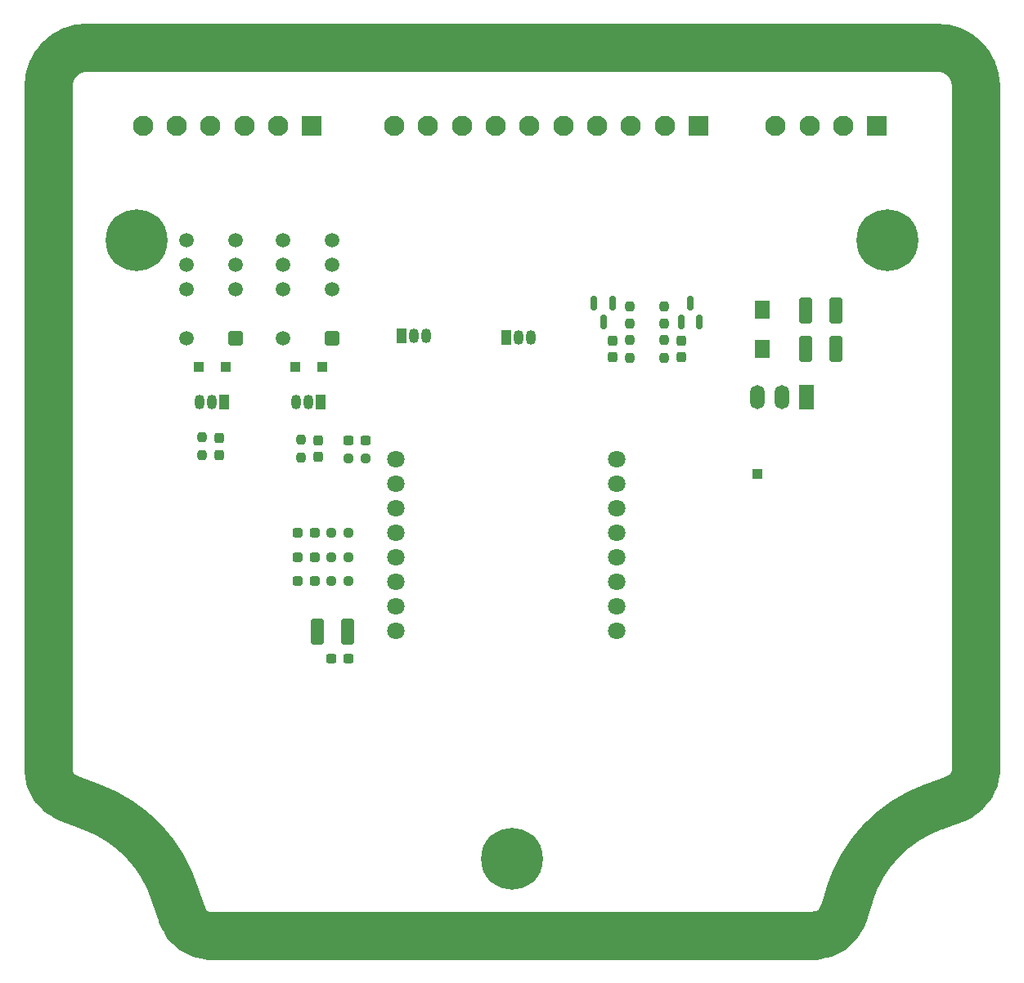
<source format=gts>
%TF.GenerationSoftware,KiCad,Pcbnew,(6.99.0-3810-gd26b59a0bf)*%
%TF.CreationDate,2022-11-09T12:36:04+00:00*%
%TF.ProjectId,roller-shutter-controller,726f6c6c-6572-42d7-9368-75747465722d,-*%
%TF.SameCoordinates,Original*%
%TF.FileFunction,Soldermask,Top*%
%TF.FilePolarity,Negative*%
%FSLAX46Y46*%
G04 Gerber Fmt 4.6, Leading zero omitted, Abs format (unit mm)*
G04 Created by KiCad (PCBNEW (6.99.0-3810-gd26b59a0bf)) date 2022-11-09 12:36:04*
%MOMM*%
%LPD*%
G01*
G04 APERTURE LIST*
G04 Aperture macros list*
%AMRoundRect*
0 Rectangle with rounded corners*
0 $1 Rounding radius*
0 $2 $3 $4 $5 $6 $7 $8 $9 X,Y pos of 4 corners*
0 Add a 4 corners polygon primitive as box body*
4,1,4,$2,$3,$4,$5,$6,$7,$8,$9,$2,$3,0*
0 Add four circle primitives for the rounded corners*
1,1,$1+$1,$2,$3*
1,1,$1+$1,$4,$5*
1,1,$1+$1,$6,$7*
1,1,$1+$1,$8,$9*
0 Add four rect primitives between the rounded corners*
20,1,$1+$1,$2,$3,$4,$5,0*
20,1,$1+$1,$4,$5,$6,$7,0*
20,1,$1+$1,$6,$7,$8,$9,0*
20,1,$1+$1,$8,$9,$2,$3,0*%
G04 Aperture macros list end*
%ADD10C,5.000000*%
%ADD11C,6.400000*%
%ADD12RoundRect,0.150000X-0.150000X0.587500X-0.150000X-0.587500X0.150000X-0.587500X0.150000X0.587500X0*%
%ADD13RoundRect,0.237500X-0.250000X-0.237500X0.250000X-0.237500X0.250000X0.237500X-0.250000X0.237500X0*%
%ADD14R,1.050000X1.500000*%
%ADD15O,1.050000X1.500000*%
%ADD16RoundRect,0.237500X-0.237500X0.250000X-0.237500X-0.250000X0.237500X-0.250000X0.237500X0.250000X0*%
%ADD17RoundRect,0.250500X0.499500X0.499500X-0.499500X0.499500X-0.499500X-0.499500X0.499500X-0.499500X0*%
%ADD18C,1.500000*%
%ADD19RoundRect,0.237500X-0.287500X-0.237500X0.287500X-0.237500X0.287500X0.237500X-0.287500X0.237500X0*%
%ADD20R,1.100000X1.100000*%
%ADD21RoundRect,0.237500X0.300000X0.237500X-0.300000X0.237500X-0.300000X-0.237500X0.300000X-0.237500X0*%
%ADD22RoundRect,0.237500X-0.237500X0.287500X-0.237500X-0.287500X0.237500X-0.287500X0.237500X0.287500X0*%
%ADD23RoundRect,0.237500X-0.237500X0.300000X-0.237500X-0.300000X0.237500X-0.300000X0.237500X0.300000X0*%
%ADD24RoundRect,0.150000X0.150000X-0.587500X0.150000X0.587500X-0.150000X0.587500X-0.150000X-0.587500X0*%
%ADD25RoundRect,0.237500X0.237500X-0.287500X0.237500X0.287500X-0.237500X0.287500X-0.237500X-0.287500X0*%
%ADD26C,2.100000*%
%ADD27R,2.100000X2.100000*%
%ADD28R,1.500000X2.500000*%
%ADD29O,1.500000X2.500000*%
%ADD30R,1.000000X1.000000*%
%ADD31RoundRect,0.250000X0.412500X1.100000X-0.412500X1.100000X-0.412500X-1.100000X0.412500X-1.100000X0*%
%ADD32RoundRect,0.237500X0.237500X-0.250000X0.237500X0.250000X-0.237500X0.250000X-0.237500X-0.250000X0*%
%ADD33R,1.500000X1.900000*%
%ADD34RoundRect,0.250000X-0.412500X-1.100000X0.412500X-1.100000X0.412500X1.100000X-0.412500X1.100000X0*%
%ADD35C,1.800000*%
G04 APERTURE END LIST*
D10*
X106912382Y-55059978D02*
X194912082Y-55059978D01*
X102912382Y-129965578D02*
G75*
G03*
X104822382Y-132760678I2999895J-194D01*
G01*
X116028381Y-142894778D02*
G75*
G03*
X107291422Y-133723243I-13554193J-4164698D01*
G01*
X197001836Y-132760652D02*
G75*
G03*
X198912082Y-129965578I-1089707J2795042D01*
G01*
X116028382Y-142894778D02*
X116726382Y-145002378D01*
X102912382Y-59059978D02*
X102912382Y-129965578D01*
X198912082Y-59059978D02*
X198912082Y-129965578D01*
X185795582Y-142894778D02*
X185098182Y-145002378D01*
X107291382Y-133723278D02*
X104822382Y-132760678D01*
X106912382Y-55059978D02*
G75*
G03*
X102912382Y-59059978I25J-4000025D01*
G01*
X119574382Y-147059978D02*
X182249982Y-147059978D01*
X194532882Y-133723278D02*
X197001882Y-132760678D01*
X194532943Y-133723244D02*
G75*
G03*
X185795529Y-142894744I4817067J-13336762D01*
G01*
X182249982Y-147059977D02*
G75*
G03*
X185098107Y-145002413I15J2999979D01*
G01*
X116726257Y-145002413D02*
G75*
G03*
X119574382Y-147059978I2848170J942497D01*
G01*
X198912082Y-59059978D02*
G75*
G03*
X194912082Y-55059978I-3999953J47D01*
G01*
D11*
%TO.C,H1*%
X112061282Y-75051908D03*
%TD*%
%TO.C,H3*%
X189754782Y-75051908D03*
%TD*%
%TO.C,H2*%
X150907682Y-139123978D03*
%TD*%
D12*
%TO.C,D1*%
X161278988Y-81583512D03*
X159378988Y-81583512D03*
X160328988Y-83458512D03*
%TD*%
D13*
%TO.C,R6*%
X133916488Y-97608988D03*
X135741488Y-97608988D03*
%TD*%
D14*
%TO.C,Q1*%
X150308987Y-85089999D03*
D15*
X151578987Y-85089999D03*
X152848987Y-85089999D03*
%TD*%
D16*
%TO.C,R1*%
X163078988Y-81858512D03*
X163078988Y-83683512D03*
%TD*%
D17*
%TO.C,K1*%
X132296488Y-85151478D03*
D18*
X132296488Y-80071478D03*
X132296488Y-77531478D03*
X132296488Y-74991478D03*
X127216488Y-74991478D03*
X127216488Y-77531478D03*
X127216488Y-80071478D03*
X127216488Y-85151478D03*
%TD*%
D19*
%TO.C,D3*%
X128703988Y-105358988D03*
X130453988Y-105358988D03*
%TD*%
D20*
%TO.C,D9*%
X121228987Y-88123977D03*
X118428987Y-88123977D03*
%TD*%
D13*
%TO.C,R5*%
X132171488Y-105358988D03*
X133996488Y-105358988D03*
%TD*%
D14*
%TO.C,Q3*%
X121098987Y-91763977D03*
D15*
X119828987Y-91763977D03*
X118558987Y-91763977D03*
%TD*%
D21*
%TO.C,C6*%
X133941488Y-118358988D03*
X132216488Y-118358988D03*
%TD*%
D22*
%TO.C,D7*%
X120578988Y-95498978D03*
X120578988Y-97248978D03*
%TD*%
D19*
%TO.C,D4*%
X128698988Y-107858988D03*
X130448988Y-107858988D03*
%TD*%
D16*
%TO.C,R4*%
X166641488Y-85358512D03*
X166641488Y-87183512D03*
%TD*%
D23*
%TO.C,C2*%
X168391488Y-85408512D03*
X168391488Y-87133512D03*
%TD*%
%TO.C,C1*%
X161328988Y-85408512D03*
X161328988Y-87133512D03*
%TD*%
D24*
%TO.C,D2*%
X168378988Y-83458512D03*
X170278988Y-83458512D03*
X169328988Y-81583512D03*
%TD*%
D13*
%TO.C,R7*%
X132166488Y-107858988D03*
X133991488Y-107858988D03*
%TD*%
%TO.C,R8*%
X132166488Y-110358988D03*
X133991488Y-110358988D03*
%TD*%
D19*
%TO.C,D5*%
X128698988Y-110358988D03*
X130448988Y-110358988D03*
%TD*%
D21*
%TO.C,C7*%
X135691488Y-95758000D03*
X133966488Y-95758000D03*
%TD*%
D16*
%TO.C,R3*%
X166641488Y-81858512D03*
X166641488Y-83683512D03*
%TD*%
D25*
%TO.C,D6*%
X130828988Y-97498978D03*
X130828988Y-95748978D03*
%TD*%
D26*
%TO.C,J1*%
X112681488Y-63171012D03*
X116181488Y-63171012D03*
X119681488Y-63171012D03*
X123181488Y-63171012D03*
X126681488Y-63171012D03*
D27*
X130181487Y-63171011D03*
%TD*%
D28*
%TO.C,U2*%
X181328987Y-91271011D03*
D29*
X178788987Y-91271011D03*
X176248987Y-91271011D03*
%TD*%
D30*
%TO.C,TP1*%
X176328987Y-99271011D03*
%TD*%
D31*
%TO.C,C5*%
X133891488Y-115608988D03*
X130766488Y-115608988D03*
%TD*%
D17*
%TO.C,K2*%
X122296488Y-85151478D03*
D18*
X122296488Y-80071478D03*
X122296488Y-77531478D03*
X122296488Y-74991478D03*
X117216488Y-74991478D03*
X117216488Y-77531478D03*
X117216488Y-80071478D03*
X117216488Y-85151478D03*
%TD*%
D32*
%TO.C,R10*%
X118828988Y-97286478D03*
X118828988Y-95461478D03*
%TD*%
D20*
%TO.C,D8*%
X131228987Y-88123977D03*
X128428987Y-88123977D03*
%TD*%
D16*
%TO.C,R2*%
X163078988Y-85358512D03*
X163078988Y-87183512D03*
%TD*%
D27*
%TO.C,J3*%
X188681487Y-63171011D03*
D26*
X185181488Y-63171012D03*
X181681488Y-63171012D03*
X178181488Y-63171012D03*
%TD*%
D14*
%TO.C,Q4*%
X139445999Y-84941999D03*
D15*
X140715999Y-84941999D03*
X141985999Y-84941999D03*
%TD*%
D33*
%TO.C,L1*%
X176828987Y-82221011D03*
X176828987Y-86321011D03*
%TD*%
D14*
%TO.C,Q2*%
X131098987Y-91763977D03*
D15*
X129828987Y-91763977D03*
X128558987Y-91763977D03*
%TD*%
D34*
%TO.C,C4*%
X181266488Y-86271012D03*
X184391488Y-86271012D03*
%TD*%
D27*
%TO.C,J2*%
X170199581Y-63171011D03*
D26*
X166699582Y-63171012D03*
X163199582Y-63171012D03*
X159699582Y-63171012D03*
X156199582Y-63171012D03*
X152699582Y-63171012D03*
X149199582Y-63171012D03*
X145699582Y-63171012D03*
X142199582Y-63171012D03*
X138699582Y-63171012D03*
%TD*%
D34*
%TO.C,C3*%
X181266488Y-82271012D03*
X184391488Y-82271012D03*
%TD*%
D32*
%TO.C,R9*%
X129078988Y-97536478D03*
X129078988Y-95711478D03*
%TD*%
D35*
%TO.C,U1*%
X138900000Y-97710000D03*
X138900000Y-100250000D03*
X138900000Y-102790000D03*
X138900000Y-105330000D03*
X138900000Y-107870000D03*
X138900000Y-110410000D03*
X138900000Y-112950000D03*
X138900000Y-115490000D03*
X161760000Y-115490000D03*
X161760000Y-112950000D03*
X161760000Y-110410000D03*
X161760000Y-107870000D03*
X161760000Y-105330000D03*
X161760000Y-102790000D03*
X161760000Y-100250000D03*
X161760000Y-97710000D03*
%TD*%
M02*

</source>
